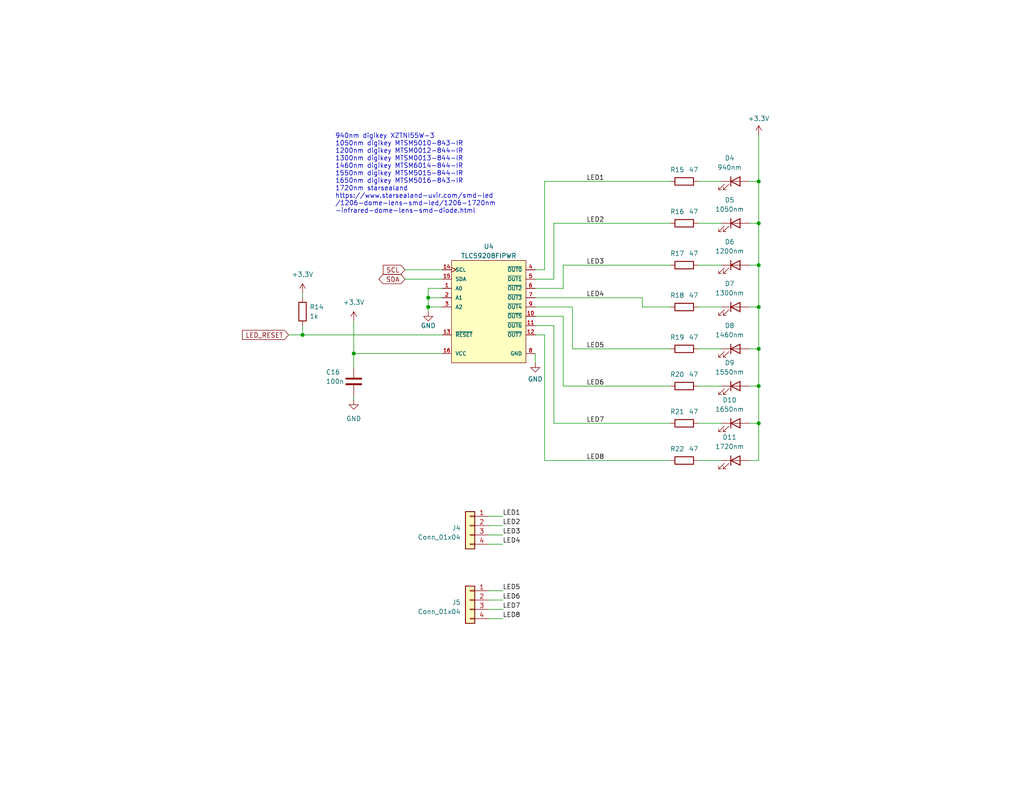
<source format=kicad_sch>
(kicad_sch (version 20250114) (generator "eeschema") (generator_version "9.0")
  (paper "A")
  (title_block (title "Development Board") (date "2025-03-03") (rev "2.3.1A") (company "Plastic Scanner"))
  (lib_symbols
    (symbol "Connector_Generic:Conn_01x04" (pin_names (offset 1.016) (hide yes))
      (property "Reference" "J" (at 0 5.08 0))
      (property "Value" "Conn_01x04" (at 0 -7.62 0))
      (symbol "Conn_01x04_1_1"
        (rectangle (start -1.27 3.81) (end 1.27 -6.35) (stroke (width 0.254)) (fill (type background)))
        (rectangle (start -1.27 2.667) (end 0 2.413) (stroke (width 0.1524)))
        (rectangle (start -1.27 0.127) (end 0 -0.127) (stroke (width 0.1524)))
        (rectangle (start -1.27 -2.413) (end 0 -2.667) (stroke (width 0.1524)))
        (rectangle (start -1.27 -4.953) (end 0 -5.207) (stroke (width 0.1524)))
        (pin passive line (at -5.08 2.54 0) (length 3.81) (name "Pin_1") (number "1"))
        (pin passive line (at -5.08 0 0) (length 3.81) (name "Pin_2") (number "2"))
        (pin passive line (at -5.08 -2.54 0) (length 3.81) (name "Pin_3") (number "3"))
        (pin passive line (at -5.08 -5.08 0) (length 3.81) (name "Pin_4") (number "4"))
      )
    )
    (symbol "Device:C" (pin_numbers (hide yes)) (pin_names (offset 0.254))
      (property "Reference" "C" (at 0.635 2.54 0))
      (property "Value" "C" (at 0.635 -2.54 0))
      (symbol "C_0_1"
        (polyline (pts (xy -2.032 0.762) (xy 2.032 0.762)) (stroke (width 0.508)))
        (polyline (pts (xy -2.032 -0.762) (xy 2.032 -0.762)) (stroke (width 0.508)))
      )
      (symbol "C_1_1"
        (pin passive line (at 0 3.81 270) (length 2.794) (name "~") (number "1"))
        (pin passive line (at 0 -3.81 90) (length 2.794) (name "~") (number "2"))
      )
    )
    (symbol "Device:LED" (pin_numbers (hide yes)) (pin_names (offset 1.016) (hide yes))
      (property "Reference" "D" (at 0 2.54 0))
      (property "Value" "LED" (at 0 -2.54 0))
      (symbol "LED_0_1"
        (polyline (pts (xy -3.048 -0.762) (xy -4.572 -2.286) (xy -3.81 -2.286) (xy -4.572 -2.286) (xy -4.572 -1.524)))
        (polyline (pts (xy -1.778 -0.762) (xy -3.302 -2.286) (xy -2.54 -2.286) (xy -3.302 -2.286) (xy -3.302 -1.524)))
        (polyline (pts (xy -1.27 0) (xy 1.27 0)))
        (polyline (pts (xy -1.27 -1.27) (xy -1.27 1.27)) (stroke (width 0.254)))
        (polyline (pts (xy 1.27 -1.27) (xy 1.27 1.27) (xy -1.27 0) (xy 1.27 -1.27)) (stroke (width 0.254)))
      )
      (symbol "LED_1_1"
        (pin passive line (at -3.81 0 0) (length 2.54) (name "K") (number "1"))
        (pin passive line (at 3.81 0 180) (length 2.54) (name "A") (number "2"))
      )
    )
    (symbol "Device:R" (pin_numbers (hide yes)) (pin_names (offset 0))
      (property "Reference" "R" (at 2.032 0 90))
      (property "Value" "R" (at 0 0 90))
      (symbol "R_0_1"
        (rectangle (start -1.016 -2.54) (end 1.016 2.54) (stroke (width 0.254)))
      )
      (symbol "R_1_1"
        (pin passive line (at 0 3.81 270) (length 1.27) (name "~") (number "1"))
        (pin passive line (at 0 -3.81 90) (length 1.27) (name "~") (number "2"))
      )
    )
    (symbol "TLC59208:TLC59208FIPWR" (pin_names (offset 1.016))
      (property "Reference" "U" (at 0 5.08 0))
      (property "Value" "TLC59208FIPWR" (at 0 7.62 0))
      (symbol "TLC59208FIPWR_1_1"
        (rectangle (start 5.08 2.54) (end 25.4 -25.4) (fill (type background)))
        (pin input clock (at 2.54 0 0) (length 2.54) (name "SCL") (number "14"))
        (pin bidirectional line (at 2.54 -2.54 0) (length 2.54) (name "SDA") (number "15"))
        (pin input line (at 2.54 -5.08 0) (length 2.54) (name "A0") (number "1"))
        (pin input line (at 2.54 -7.62 0) (length 2.54) (name "A1") (number "2"))
        (pin input line (at 2.54 -10.16 0) (length 2.54) (name "A2") (number "3"))
        (pin input line (at 2.54 -17.78 0) (length 2.54) (name "~{RESET}") (number "13"))
        (pin power_in line (at 2.54 -22.86 0) (length 2.54) (name "VCC") (number "16"))
        (pin open_collector line (at 27.94 0 180) (length 2.54) (name "~{OUT0}") (number "4"))
        (pin open_collector line (at 27.94 -2.54 180) (length 2.54) (name "~{OUT1}") (number "5"))
        (pin open_collector line (at 27.94 -5.08 180) (length 2.54) (name "~{OUT2}") (number "6"))
        (pin open_collector line (at 27.94 -7.62 180) (length 2.54) (name "~{OUT3}") (number "7"))
        (pin open_collector line (at 27.94 -10.16 180) (length 2.54) (name "~{OUT4}") (number "9"))
        (pin open_collector line (at 27.94 -12.7 180) (length 2.54) (name "~{OUT5}") (number "10"))
        (pin open_collector line (at 27.94 -15.24 180) (length 2.54) (name "~{OUT6}") (number "11"))
        (pin open_collector line (at 27.94 -17.78 180) (length 2.54) (name "~{OUT7}") (number "12"))
        (pin power_in line (at 27.94 -22.86 180) (length 2.54) (name "GND") (number "8"))
      )
    )
    (symbol "power:+3.3V" (power) (pin_numbers (hide yes)) (pin_names (offset 0) (hide yes))
      (property "Value" "+3.3V" (at 0 3.556 0))
      (symbol "+3.3V_0_1"
        (polyline (pts (xy -0.762 1.27) (xy 0 2.54)))
        (polyline (pts (xy 0 2.54) (xy 0.762 1.27)))
        (polyline (pts (xy 0 0) (xy 0 2.54)))
      )
      (symbol "+3.3V_1_1"
        (pin power_in line (at 0 0 90) (length 0) (name "~") (number "1"))
      )
    )
    (symbol "power:GND" (power) (pin_numbers (hide yes)) (pin_names (offset 0) (hide yes))
      (property "Value" "GND" (at 0 -3.81 0))
      (symbol "GND_0_1"
        (polyline (pts (xy 0 0) (xy 0 -1.27) (xy 1.27 -1.27) (xy 0 -2.54) (xy -1.27 -1.27) (xy 0 -1.27)))
      )
      (symbol "GND_1_1"
        (pin power_in line (at 0 0 270) (length 0) (name "~") (number "1"))
      )
    )
  )
  (text "940nm digikey XZTNI55W-3\n1050nm digikey MTSM5010-843-IR\n1200nm digikey MTSM0012-844-IR\n1300nm digikey MTSM0013-844-IR\n1460nm digikey MTSM6014-844-IR\n1550nm digikey MTSM5015-844-IR\n1650nm digikey MTSM5016-843-IR\n1720nm starsealand \nhttps://www.starsealand-uvir.com/smd-led\n/1206-dome-lens-smd-led/1206-1720nm\n-infrared-dome-lens-smd-diode.html\n" (at 91.44 58.42 0) (effects (font (size 1.27 1.27)) (justify left bottom)))
  (junction (at 96.52 96.52))
  (junction (at 207.01 105.41))
  (junction (at 207.01 49.53))
  (junction (at 116.84 83.82))
  (junction (at 207.01 83.82))
  (junction (at 207.01 60.96))
  (junction (at 207.01 72.39))
  (junction (at 82.55 91.44))
  (junction (at 207.01 115.57))
  (junction (at 116.84 81.28))
  (junction (at 207.01 95.25))
  (wire (pts (xy 207.01 95.25) (xy 207.01 83.82)))
  (wire (pts (xy 207.01 105.41) (xy 207.01 95.25)))
  (wire (pts (xy 146.05 78.74) (xy 153.67 78.74)))
  (wire (pts (xy 207.01 49.53) (xy 204.47 49.53)))
  (wire (pts (xy 137.16 166.37) (xy 133.35 166.37)))
  (wire (pts (xy 190.5 115.57) (xy 196.85 115.57)))
  (wire (pts (xy 146.05 96.52) (xy 146.05 99.06)))
  (wire (pts (xy 190.5 125.73) (xy 196.85 125.73)))
  (wire (pts (xy 116.84 78.74) (xy 116.84 81.28)))
  (wire (pts (xy 116.84 83.82) (xy 120.65 83.82)))
  (wire (pts (xy 156.21 95.25) (xy 156.21 83.82)))
  (wire (pts (xy 137.16 161.29) (xy 133.35 161.29)))
  (wire (pts (xy 151.13 60.96) (xy 182.88 60.96)))
  (wire (pts (xy 137.16 146.05) (xy 133.35 146.05)))
  (wire (pts (xy 137.16 143.51) (xy 133.35 143.51)))
  (wire (pts (xy 148.59 49.53) (xy 182.88 49.53)))
  (wire (pts (xy 120.65 78.74) (xy 116.84 78.74)))
  (wire (pts (xy 148.59 125.73) (xy 182.88 125.73)))
  (wire (pts (xy 146.05 76.2) (xy 151.13 76.2)))
  (wire (pts (xy 116.84 81.28) (xy 116.84 83.82)))
  (wire (pts (xy 175.26 81.28) (xy 175.26 83.82)))
  (wire (pts (xy 148.59 73.66) (xy 146.05 73.66)))
  (wire (pts (xy 146.05 86.36) (xy 153.67 86.36)))
  (wire (pts (xy 151.13 115.57) (xy 151.13 88.9)))
  (wire (pts (xy 151.13 115.57) (xy 182.88 115.57)))
  (wire (pts (xy 116.84 83.82) (xy 116.84 85.09)))
  (wire (pts (xy 190.5 105.41) (xy 196.85 105.41)))
  (wire (pts (xy 207.01 60.96) (xy 207.01 49.53)))
  (wire (pts (xy 146.05 83.82) (xy 156.21 83.82)))
  (wire (pts (xy 82.55 91.44) (xy 120.65 91.44)))
  (wire (pts (xy 207.01 115.57) (xy 204.47 115.57)))
  (wire (pts (xy 110.49 73.66) (xy 120.65 73.66)))
  (wire (pts (xy 207.01 36.83) (xy 207.01 49.53)))
  (wire (pts (xy 78.74 91.44) (xy 82.55 91.44)))
  (wire (pts (xy 175.26 83.82) (xy 182.88 83.82)))
  (wire (pts (xy 207.01 125.73) (xy 207.01 115.57)))
  (wire (pts (xy 153.67 78.74) (xy 153.67 72.39)))
  (wire (pts (xy 153.67 105.41) (xy 153.67 86.36)))
  (wire (pts (xy 96.52 107.95) (xy 96.52 109.22)))
  (wire (pts (xy 207.01 60.96) (xy 204.47 60.96)))
  (wire (pts (xy 207.01 83.82) (xy 207.01 72.39)))
  (wire (pts (xy 190.5 60.96) (xy 196.85 60.96)))
  (wire (pts (xy 148.59 125.73) (xy 148.59 91.44)))
  (wire (pts (xy 207.01 125.73) (xy 204.47 125.73)))
  (wire (pts (xy 190.5 95.25) (xy 196.85 95.25)))
  (wire (pts (xy 146.05 88.9) (xy 151.13 88.9)))
  (wire (pts (xy 153.67 105.41) (xy 182.88 105.41)))
  (wire (pts (xy 207.01 105.41) (xy 204.47 105.41)))
  (wire (pts (xy 137.16 168.91) (xy 133.35 168.91)))
  (wire (pts (xy 190.5 83.82) (xy 196.85 83.82)))
  (wire (pts (xy 148.59 91.44) (xy 146.05 91.44)))
  (wire (pts (xy 120.65 96.52) (xy 96.52 96.52)))
  (wire (pts (xy 96.52 87.63) (xy 96.52 96.52)))
  (wire (pts (xy 120.65 81.28) (xy 116.84 81.28)))
  (wire (pts (xy 207.01 95.25) (xy 204.47 95.25)))
  (wire (pts (xy 96.52 96.52) (xy 96.52 100.33)))
  (wire (pts (xy 156.21 95.25) (xy 182.88 95.25)))
  (wire (pts (xy 137.16 163.83) (xy 133.35 163.83)))
  (wire (pts (xy 82.55 80.01) (xy 82.55 81.28)))
  (wire (pts (xy 137.16 140.97) (xy 133.35 140.97)))
  (wire (pts (xy 190.5 49.53) (xy 196.85 49.53)))
  (wire (pts (xy 82.55 88.9) (xy 82.55 91.44)))
  (wire (pts (xy 153.67 72.39) (xy 182.88 72.39)))
  (wire (pts (xy 207.01 72.39) (xy 204.47 72.39)))
  (wire (pts (xy 148.59 49.53) (xy 148.59 73.66)))
  (wire (pts (xy 110.49 76.2) (xy 120.65 76.2)))
  (wire (pts (xy 207.01 72.39) (xy 207.01 60.96)))
  (wire (pts (xy 146.05 81.28) (xy 175.26 81.28)))
  (wire (pts (xy 151.13 60.96) (xy 151.13 76.2)))
  (wire (pts (xy 137.16 148.59) (xy 133.35 148.59)))
  (wire (pts (xy 190.5 72.39) (xy 196.85 72.39)))
  (wire (pts (xy 207.01 83.82) (xy 204.47 83.82)))
  (wire (pts (xy 207.01 115.57) (xy 207.01 105.41)))
  (label "LED3" (at 137.16 146.05 0))
  (label "LED4" (at 137.16 148.59 0))
  (label "LED3" (at 160.02 72.39 0))
  (label "LED2" (at 137.16 143.51 0))
  (label "LED1" (at 160.02 49.53 0))
  (label "LED7" (at 160.02 115.57 0))
  (label "LED7" (at 137.16 166.37 0))
  (label "LED8" (at 160.02 125.73 0))
  (label "LED5" (at 160.02 95.25 0))
  (label "LED1" (at 137.16 140.97 0))
  (label "LED6" (at 137.16 163.83 0))
  (label "LED8" (at 137.16 168.91 0))
  (label "LED2" (at 160.02 60.96 0))
  (label "LED4" (at 160.02 81.28 0))
  (label "LED5" (at 137.16 161.29 0))
  (label "LED6" (at 160.02 105.41 0))
  (global_label "LED_RESET" (shape input) (at 78.74 91.44 180) (property "Intersheetrefs" "${INTERSHEET_REFS}" (effects (hide yes))))
  (global_label "SCL" (shape input) (at 110.49 73.66 180) (property "Intersheetrefs" "${INTERSHEET_REFS}" (effects (hide yes))))
  (global_label "SDA" (shape bidirectional) (at 110.49 76.2 180) (property "Intersheetrefs" "${INTERSHEET_REFS}" (effects (hide yes))))
  (symbol (lib_id "Device:LED") (at 200.66 95.25 0) (unit 1)
    (property "Reference" "D8" (at 199.0725 88.9 0))
    (property "Value" "1460nm" (at 199.0725 91.44 0))
    (property "Footprint" "LED_SMD:LED_1206_3216Metric_Pad1.42x1.75mm_HandSolder" (effects (hide yes)))
    (property "Datasheet" "https://marktechopto.com/pdf/products/DataSheet/MTSM0013-844-IR.pdf" (effects (hide yes)))
  )
  (symbol (lib_id "Device:R") (at 186.69 125.73 90) (unit 1)
    (property "Reference" "R22" (at 184.785 122.555 90))
    (property "Value" "47" (at 189.23 122.555 90))
    (property "Footprint" "Resistor_SMD:R_0805_2012Metric_Pad1.20x1.40mm_HandSolder" (effects (hide yes)))
  )
  (symbol (lib_id "TLC59208:TLC59208FIPWR") (at 118.11 73.66 0) (unit 1)
    (property "Reference" "U4" (at 133.35 67.31 0))
    (property "Value" "TLC59208FIPWR" (at 133.35 69.85 0))
    (property "Footprint" "TLC59208:Texas_Instruments-TLC59208FIPWR-Level_A" (effects (hide yes)))
    (property "Datasheet" "http://www.ti.com/general/docs/lit/getliterature.tsp?genericPartNumber=TLC59208F&fileType=pdf" (effects (hide yes)))
    (property "Code  JEDEC" "MO-153" (effects (hide yes)))
    (property "Component Link 1 Description" "Manufacturer URL" (effects (hide yes)))
    (property "Component Link 1 URL" "http://www.ti.com/" (effects (hide yes)))
    (property "Component Link 3 Description" "Package Specification" (effects (hide yes)))
    (property "Component Link 3 URL" "http://www.ti.com/lit/ml/mpds361/mpds361.pdf" (effects (hide yes)))
    (property "Datasheet Version" "SCLS715" (effects (hide yes)))
    (property "Iout Max A" "0.05" (effects (hide yes)))
    (property "Mounting Technology" "Surface Mount" (effects (hide yes)))
    (property "Package Description" "16-Pin Plastic Small Outline, Body 4.40 x 5.00 mm, Pitch 0.65 mm" (effects (hide yes)))
    (property "Package Version" "4040064-4/G" (effects (hide yes)))
    (property "Sub Family" "LED Driver" (effects (hide yes)))
    (property "Vin Max V" "5.5" (effects (hide yes)))
    (property "Vin Min V" "3" (effects (hide yes)))
    (property "category" "IC" (effects (hide yes)))
    (property "ciiva ids" "1426985" (effects (hide yes)))
    (property "library id" "9bf7f104929dd8ed" (effects (hide yes)))
    (property "manufacturer" "Texas Instruments" (effects (hide yes)))
    (property "package" "PW0016A" (effects (hide yes)))
    (property "release date" "1464576871" (effects (hide yes)))
    (property "rohs" "Yes" (effects (hide yes)))
    (property "vault revision" "C0AC1098-4EF5-4502-9510-91D6A29A40EB" (effects (hide yes)))
    (property "imported" "yes" (effects (hide yes)))
  )
  (symbol (lib_id "Device:R") (at 186.69 60.96 90) (unit 1)
    (property "Reference" "R16" (at 184.785 57.785 90))
    (property "Value" "47" (at 189.23 57.785 90))
    (property "Footprint" "Resistor_SMD:R_0805_2012Metric_Pad1.20x1.40mm_HandSolder" (effects (hide yes)))
  )
  (symbol (lib_id "Connector_Generic:Conn_01x04") (at 128.27 163.83 0) (mirror y) (unit 1)
    (property "Reference" "J5" (at 125.73 164.465 0) (effects (justify left)))
    (property "Value" "Conn_01x04" (at 125.73 167.005 0) (effects (justify left)))
    (property "Footprint" "Connector_PinSocket_2.54mm:PinSocket_1x04_P2.54mm_Vertical" (effects (hide yes)))
  )
  (symbol (lib_id "Device:R") (at 82.55 85.09 180) (unit 1)
    (property "Reference" "R14" (at 84.455 83.8199 0) (effects (justify right)))
    (property "Value" "1k" (at 84.455 86.3599 0) (effects (justify right)))
    (property "Footprint" "Resistor_SMD:R_0805_2012Metric_Pad1.20x1.40mm_HandSolder" (effects (hide yes)))
  )
  (symbol (lib_id "power:+3.3V") (at 82.55 80.01 0) (unit 1)
    (property "Reference" "#PWR31" (effects (hide yes)))
    (property "Value" "+3.3V" (at 82.55 74.93 0))
    (property "Description" "Power symbol creates a global label with name \"+3.3V\"" (effects (hide yes)))
  )
  (symbol (lib_id "Device:C") (at 96.52 104.14 0) (unit 1)
    (property "Reference" "C16" (at 88.9 101.6 0) (effects (justify left)))
    (property "Value" "100n" (at 88.9 104.14 0) (effects (justify left)))
    (property "Footprint" "Capacitor_SMD:C_0805_2012Metric_Pad1.18x1.45mm_HandSolder" (effects (hide yes)))
  )
  (symbol (lib_id "Device:LED") (at 200.66 105.41 0) (unit 1)
    (property "Reference" "D9" (at 199.0725 99.06 0))
    (property "Value" "1550nm" (at 199.0725 101.6 0))
    (property "Footprint" "LED_SMD:LED_1206_3216Metric_Pad1.42x1.75mm_HandSolder" (effects (hide yes)))
    (property "Datasheet" "https://marktechopto.com/pdf/products/datasheet/MTSM6014-844-IR.pdf" (effects (hide yes)))
  )
  (symbol (lib_id "power:GND") (at 116.84 85.09 0) (unit 1)
    (property "Reference" "#PWR10" (effects (hide yes)))
    (property "Value" "GND" (at 116.84 88.9 0))
    (property "Description" "Power symbol creates a global label with name \"GND\" , ground" (effects (hide yes)))
  )
  (symbol (lib_id "Device:LED") (at 200.66 49.53 0) (unit 1)
    (property "Reference" "D4" (at 199.0725 43.18 0))
    (property "Value" "940nm" (at 199.0725 45.72 0))
    (property "Footprint" "LED_SMD:LED_1206_3216Metric_Pad1.42x1.75mm_HandSolder" (effects (hide yes)))
    (property "Datasheet" "https://nl.rs-online.com/web/p/ir-leds/1736298/" (effects (hide yes)))
  )
  (symbol (lib_id "power:GND") (at 96.52 109.22 0) (unit 1)
    (property "Reference" "#PWR28" (effects (hide yes)))
    (property "Value" "GND" (at 96.52 114.3 0))
    (property "Description" "Power symbol creates a global label with name \"GND\" , ground" (effects (hide yes)))
  )
  (symbol (lib_id "Device:LED") (at 200.66 83.82 0) (unit 1)
    (property "Reference" "D7" (at 199.0725 77.47 0))
    (property "Value" "1300nm" (at 199.0725 80.01 0))
    (property "Footprint" "LED_SMD:LED_1206_3216Metric_Pad1.42x1.75mm_HandSolder" (effects (hide yes)))
    (property "Datasheet" "https://www.marktechopto.com/pdf/products/datasheet/MTSM0012-843-IR.pdf" (effects (hide yes)))
  )
  (symbol (lib_id "Device:R") (at 186.69 49.53 90) (unit 1)
    (property "Reference" "R15" (at 184.785 46.355 90))
    (property "Value" "47" (at 189.23 46.355 90))
    (property "Footprint" "Resistor_SMD:R_0805_2012Metric_Pad1.20x1.40mm_HandSolder" (effects (hide yes)))
  )
  (symbol (lib_id "Device:R") (at 186.69 105.41 90) (unit 1)
    (property "Reference" "R20" (at 184.785 102.235 90))
    (property "Value" "47" (at 189.23 102.235 90))
    (property "Footprint" "Resistor_SMD:R_0805_2012Metric_Pad1.20x1.40mm_HandSolder" (effects (hide yes)))
  )
  (symbol (lib_id "Device:LED") (at 200.66 125.73 0) (unit 1)
    (property "Reference" "D11" (at 199.0725 119.38 0))
    (property "Value" "1720nm" (at 199.0725 121.92 0))
    (property "Footprint" "LED_SMD:LED_1206_3216Metric_Pad1.42x1.75mm_HandSolder" (effects (hide yes)))
    (property "Datasheet" "https://www.marktechopto.com/pdf/products/datasheet/MTSM5016-843-IR.pdf" (effects (hide yes)))
  )
  (symbol (lib_id "power:+3.3V") (at 207.01 36.83 0) (unit 1)
    (property "Reference" "#PWR30" (effects (hide yes)))
    (property "Value" "+3.3V" (at 207.01 32.385 0))
    (property "Description" "Power symbol creates a global label with name \"+3.3V\"" (effects (hide yes)))
  )
  (symbol (lib_id "Device:R") (at 186.69 95.25 90) (unit 1)
    (property "Reference" "R19" (at 184.785 92.075 90))
    (property "Value" "47" (at 189.23 92.075 90))
    (property "Footprint" "Resistor_SMD:R_0805_2012Metric_Pad1.20x1.40mm_HandSolder" (effects (hide yes)))
  )
  (symbol (lib_id "power:GND") (at 146.05 99.06 0) (unit 1)
    (property "Reference" "#PWR29" (effects (hide yes)))
    (property "Value" "GND" (at 146.05 103.505 0))
    (property "Description" "Power symbol creates a global label with name \"GND\" , ground" (effects (hide yes)))
  )
  (symbol (lib_id "Device:LED") (at 200.66 72.39 0) (unit 1)
    (property "Reference" "D6" (at 199.0725 66.04 0))
    (property "Value" "1200nm" (at 199.0725 68.58 0))
    (property "Footprint" "LED_SMD:LED_1206_3216Metric_Pad1.42x1.75mm_HandSolder" (effects (hide yes)))
    (property "Datasheet" "https://www.marktechopto.com/pdf/products/datasheet/MTSM5010-843-IR.pdf" (effects (hide yes)))
  )
  (symbol (lib_id "Connector_Generic:Conn_01x04") (at 128.27 143.51 0) (mirror y) (unit 1)
    (property "Reference" "J4" (at 125.73 144.145 0) (effects (justify left)))
    (property "Value" "Conn_01x04" (at 125.73 146.685 0) (effects (justify left)))
    (property "Footprint" "Connector_PinSocket_2.54mm:PinSocket_1x04_P2.54mm_Vertical" (effects (hide yes)))
  )
  (symbol (lib_id "Device:LED") (at 200.66 60.96 0) (unit 1)
    (property "Reference" "D5" (at 199.0725 54.61 0))
    (property "Value" "1050nm" (at 199.0725 57.15 0))
    (property "Footprint" "LED_SMD:LED_1206_3216Metric_Pad1.42x1.75mm_HandSolder" (effects (hide yes)))
    (property "Datasheet" "https://nl.rs-online.com/web/p/ir-leds/1736348" (effects (hide yes)))
  )
  (symbol (lib_id "Device:R") (at 186.69 115.57 90) (unit 1)
    (property "Reference" "R21" (at 184.785 112.395 90))
    (property "Value" "47" (at 189.23 112.395 90))
    (property "Footprint" "Resistor_SMD:R_0805_2012Metric_Pad1.20x1.40mm_HandSolder" (effects (hide yes)))
  )
  (symbol (lib_id "Device:R") (at 186.69 72.39 90) (unit 1)
    (property "Reference" "R17" (at 184.785 69.215 90))
    (property "Value" "47" (at 189.23 69.215 90))
    (property "Footprint" "Resistor_SMD:R_0805_2012Metric_Pad1.20x1.40mm_HandSolder" (effects (hide yes)))
  )
  (symbol (lib_id "power:+3.3V") (at 96.52 87.63 0) (unit 1)
    (property "Reference" "#PWR27" (effects (hide yes)))
    (property "Value" "+3.3V" (at 96.52 82.55 0))
    (property "Description" "Power symbol creates a global label with name \"+3.3V\"" (effects (hide yes)))
  )
  (symbol (lib_id "Device:R") (at 186.69 83.82 90) (unit 1)
    (property "Reference" "R18" (at 184.785 80.645 90))
    (property "Value" "47" (at 189.23 80.645 90))
    (property "Footprint" "Resistor_SMD:R_0805_2012Metric_Pad1.20x1.40mm_HandSolder" (effects (hide yes)))
  )
  (symbol (lib_id "Device:LED") (at 200.66 115.57 0) (unit 1)
    (property "Reference" "D10" (at 199.0725 109.22 0))
    (property "Value" "1650nm" (at 199.0725 111.76 0))
    (property "Footprint" "LED_SMD:LED_1206_3216Metric_Pad1.42x1.75mm_HandSolder" (effects (hide yes)))
    (property "Datasheet" "https://marktechopto.com/pdf/products/DataSheet/MTSM5015-844-IR,.pdf" (effects (hide yes)))
  )
)
</source>
